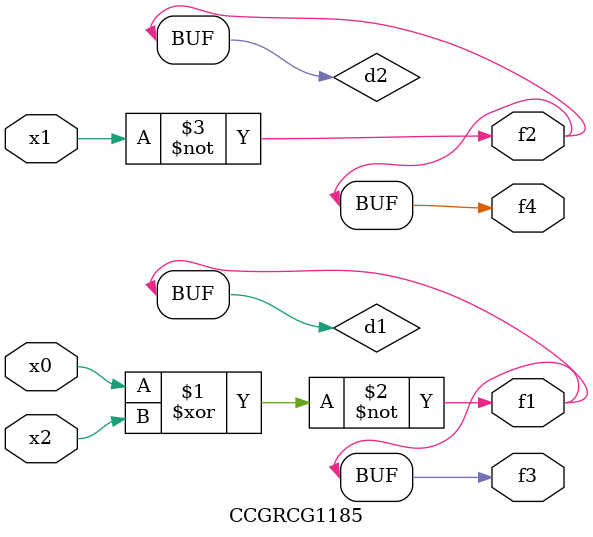
<source format=v>
module CCGRCG1185(
	input x0, x1, x2,
	output f1, f2, f3, f4
);

	wire d1, d2, d3;

	xnor (d1, x0, x2);
	nand (d2, x1);
	nor (d3, x1, x2);
	assign f1 = d1;
	assign f2 = d2;
	assign f3 = d1;
	assign f4 = d2;
endmodule

</source>
